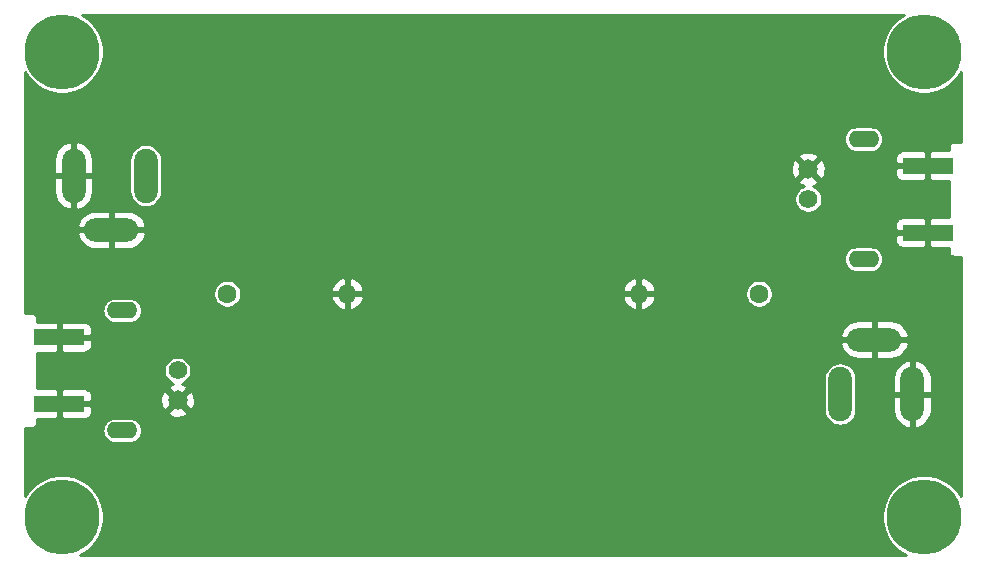
<source format=gbl>
%TF.GenerationSoftware,KiCad,Pcbnew,(5.1.10)-1*%
%TF.CreationDate,2021-11-13T18:12:33-05:00*%
%TF.ProjectId,W7ZOI_TIA_SMT,57375a4f-495f-4544-9941-5f534d542e6b,rev?*%
%TF.SameCoordinates,Original*%
%TF.FileFunction,Copper,L2,Bot*%
%TF.FilePolarity,Positive*%
%FSLAX46Y46*%
G04 Gerber Fmt 4.6, Leading zero omitted, Abs format (unit mm)*
G04 Created by KiCad (PCBNEW (5.1.10)-1) date 2021-11-13 18:12:33*
%MOMM*%
%LPD*%
G01*
G04 APERTURE LIST*
%TA.AperFunction,ComponentPad*%
%ADD10C,1.600000*%
%TD*%
%TA.AperFunction,ComponentPad*%
%ADD11O,1.600000X1.600000*%
%TD*%
%TA.AperFunction,SMDPad,CuDef*%
%ADD12R,4.200000X1.350000*%
%TD*%
%TA.AperFunction,ComponentPad*%
%ADD13C,1.574800*%
%TD*%
%TA.AperFunction,ComponentPad*%
%ADD14C,1.651000*%
%TD*%
%TA.AperFunction,ComponentPad*%
%ADD15O,2.600000X1.400000*%
%TD*%
%TA.AperFunction,ComponentPad*%
%ADD16O,4.600000X2.000000*%
%TD*%
%TA.AperFunction,ComponentPad*%
%ADD17O,2.000000X4.600000*%
%TD*%
%TA.AperFunction,ComponentPad*%
%ADD18C,6.350000*%
%TD*%
%TA.AperFunction,ViaPad*%
%ADD19C,0.889000*%
%TD*%
%TA.AperFunction,Conductor*%
%ADD20C,0.254000*%
%TD*%
%TA.AperFunction,Conductor*%
%ADD21C,0.150000*%
%TD*%
G04 APERTURE END LIST*
D10*
%TO.P,R11,1*%
%TO.N,VOUTLR*%
X277065000Y-89034600D03*
D11*
%TO.P,R11,2*%
%TO.N,GND*%
X266905000Y-89034600D03*
%TD*%
D12*
%TO.P,P1,2*%
%TO.N,GND*%
X217840000Y-92709600D03*
X217840000Y-98359600D03*
%TD*%
%TO.P,P2,2*%
%TO.N,GND*%
X291340000Y-78209600D03*
X291340000Y-83859600D03*
%TD*%
D13*
%TO.P,P3,1*%
%TO.N,VINLR*%
X227840000Y-95534600D03*
D14*
%TO.P,P3,2*%
%TO.N,GND*%
X227840000Y-98074600D03*
D15*
%TO.P,P3,*%
%TO.N,*%
X223160000Y-100614600D03*
X223160000Y-90454600D03*
%TD*%
%TO.P,P4,*%
%TO.N,*%
X285920000Y-86114600D03*
X285920000Y-75954600D03*
D14*
%TO.P,P4,2*%
%TO.N,GND*%
X281240000Y-78494600D03*
D13*
%TO.P,P4,1*%
%TO.N,VOUTLR*%
X281240000Y-81034600D03*
%TD*%
D16*
%TO.P,J1,3*%
%TO.N,GND*%
X222240000Y-83634600D03*
D17*
%TO.P,J1,1*%
%TO.N,VCCLR*%
X225140000Y-79034600D03*
%TO.P,J1,2*%
%TO.N,GND*%
X219040000Y-79034600D03*
%TD*%
%TO.P,J2,2*%
%TO.N,GND*%
X290040000Y-97534600D03*
%TO.P,J2,1*%
%TO.N,VCCRL*%
X283940000Y-97534600D03*
D16*
%TO.P,J2,3*%
%TO.N,GND*%
X286840000Y-92934600D03*
%TD*%
D11*
%TO.P,R22,2*%
%TO.N,GND*%
X242200000Y-89034600D03*
D10*
%TO.P,R22,1*%
%TO.N,VINLR*%
X232040000Y-89034600D03*
%TD*%
D18*
%TO.P,MTG1,1*%
%TO.N,N/C*%
X218040000Y-107934600D03*
%TD*%
%TO.P,MTG2,1*%
%TO.N,N/C*%
X291040000Y-107934600D03*
%TD*%
%TO.P,MTG3,1*%
%TO.N,N/C*%
X291040000Y-68534600D03*
%TD*%
%TO.P,MTG?1,1*%
%TO.N,N/C*%
X218040000Y-68534600D03*
%TD*%
D19*
%TO.N,GND*%
X245540000Y-93034600D03*
X251540000Y-92884600D03*
X264540000Y-76884600D03*
X233690000Y-77034600D03*
X272040000Y-82384600D03*
X268840000Y-67734600D03*
X281540000Y-87534600D03*
X218040000Y-100534600D03*
X228540000Y-89034600D03*
X265390000Y-94534600D03*
X291840000Y-86034600D03*
X285040000Y-68034600D03*
X275040000Y-67734600D03*
X262540000Y-67534600D03*
X250040000Y-67534600D03*
X238540000Y-67534600D03*
X227040000Y-67534600D03*
X223040000Y-72034600D03*
X218540000Y-90534600D03*
X223040000Y-67534600D03*
X228540000Y-102034600D03*
X223040000Y-107034600D03*
X280440000Y-67734600D03*
X244440000Y-67534600D03*
X284540000Y-109534600D03*
X284540000Y-105034600D03*
X256240000Y-67534600D03*
X232240000Y-67534600D03*
X276540000Y-107234600D03*
X274040000Y-100534600D03*
X237540000Y-97534600D03*
X257540000Y-84534600D03*
X242540000Y-83884600D03*
X236540000Y-76534600D03*
%TD*%
D20*
%TO.N,GND*%
X288773182Y-65772474D02*
X288277874Y-66267782D01*
X287888714Y-66850202D01*
X287620655Y-67497353D01*
X287484000Y-68184365D01*
X287484000Y-68884835D01*
X287620655Y-69571847D01*
X287888714Y-70218998D01*
X288277874Y-70801418D01*
X288773182Y-71296726D01*
X289355602Y-71685886D01*
X290002753Y-71953945D01*
X290689765Y-72090600D01*
X291390235Y-72090600D01*
X292077247Y-71953945D01*
X292724398Y-71685886D01*
X293306818Y-71296726D01*
X293802126Y-70801418D01*
X294159800Y-70266120D01*
X294159801Y-76154400D01*
X293558671Y-76154400D01*
X293540000Y-76152561D01*
X293521329Y-76154400D01*
X293465468Y-76159902D01*
X293393800Y-76181642D01*
X293327751Y-76216946D01*
X293269858Y-76264458D01*
X293222346Y-76322351D01*
X293187042Y-76388400D01*
X293165302Y-76460068D01*
X293157961Y-76534600D01*
X293159801Y-76553281D01*
X293159801Y-76897002D01*
X291625750Y-76899600D01*
X291467000Y-77058350D01*
X291467000Y-78082600D01*
X293159801Y-78082600D01*
X293159801Y-78336600D01*
X291467000Y-78336600D01*
X291467000Y-79360850D01*
X291625750Y-79519600D01*
X293159801Y-79522198D01*
X293159800Y-82547002D01*
X291625750Y-82549600D01*
X291467000Y-82708350D01*
X291467000Y-83732600D01*
X293159800Y-83732600D01*
X293159800Y-83986600D01*
X291467000Y-83986600D01*
X291467000Y-85010850D01*
X291625750Y-85169600D01*
X293159800Y-85172198D01*
X293159800Y-85515929D01*
X293157961Y-85534600D01*
X293165302Y-85609132D01*
X293187042Y-85680800D01*
X293222346Y-85746849D01*
X293269858Y-85804742D01*
X293327751Y-85852254D01*
X293393800Y-85887558D01*
X293465468Y-85909298D01*
X293540000Y-85916639D01*
X293558671Y-85914800D01*
X294159800Y-85914800D01*
X294159801Y-106203081D01*
X293802126Y-105667782D01*
X293306818Y-105172474D01*
X292724398Y-104783314D01*
X292077247Y-104515255D01*
X291390235Y-104378600D01*
X290689765Y-104378600D01*
X290002753Y-104515255D01*
X289355602Y-104783314D01*
X288773182Y-105172474D01*
X288277874Y-105667782D01*
X287888714Y-106250202D01*
X287620655Y-106897353D01*
X287484000Y-107584365D01*
X287484000Y-108284835D01*
X287620655Y-108971847D01*
X287888714Y-109618998D01*
X288277874Y-110201418D01*
X288773182Y-110696726D01*
X289355602Y-111085886D01*
X289521009Y-111154400D01*
X219558991Y-111154400D01*
X219724398Y-111085886D01*
X220306818Y-110696726D01*
X220802126Y-110201418D01*
X221191286Y-109618998D01*
X221459345Y-108971847D01*
X221596000Y-108284835D01*
X221596000Y-107584365D01*
X221459345Y-106897353D01*
X221191286Y-106250202D01*
X220802126Y-105667782D01*
X220306818Y-105172474D01*
X219724398Y-104783314D01*
X219077247Y-104515255D01*
X218390235Y-104378600D01*
X217689765Y-104378600D01*
X217002753Y-104515255D01*
X216355602Y-104783314D01*
X215773182Y-105172474D01*
X215277874Y-105667782D01*
X214920200Y-106203080D01*
X214920200Y-100614600D01*
X221473770Y-100614600D01*
X221494642Y-100826513D01*
X221556454Y-101030282D01*
X221656833Y-101218077D01*
X221791919Y-101382681D01*
X221956523Y-101517767D01*
X222144318Y-101618146D01*
X222348087Y-101679958D01*
X222506900Y-101695600D01*
X223813100Y-101695600D01*
X223971913Y-101679958D01*
X224175682Y-101618146D01*
X224363477Y-101517767D01*
X224528081Y-101382681D01*
X224663167Y-101218077D01*
X224763546Y-101030282D01*
X224825358Y-100826513D01*
X224846230Y-100614600D01*
X224825358Y-100402687D01*
X224763546Y-100198918D01*
X224663167Y-100011123D01*
X224528081Y-99846519D01*
X224363477Y-99711433D01*
X224175682Y-99611054D01*
X223971913Y-99549242D01*
X223813100Y-99533600D01*
X222506900Y-99533600D01*
X222348087Y-99549242D01*
X222144318Y-99611054D01*
X221956523Y-99711433D01*
X221791919Y-99846519D01*
X221656833Y-100011123D01*
X221556454Y-100198918D01*
X221494642Y-100402687D01*
X221473770Y-100614600D01*
X214920200Y-100614600D01*
X214920200Y-100414800D01*
X215521329Y-100414800D01*
X215540000Y-100416639D01*
X215558671Y-100414800D01*
X215614532Y-100409298D01*
X215686200Y-100387558D01*
X215752249Y-100352254D01*
X215810142Y-100304742D01*
X215857654Y-100246849D01*
X215892958Y-100180800D01*
X215914698Y-100109132D01*
X215922039Y-100034600D01*
X215920200Y-100015929D01*
X215920200Y-99672367D01*
X217554250Y-99669600D01*
X217713000Y-99510850D01*
X217713000Y-98486600D01*
X217967000Y-98486600D01*
X217967000Y-99510850D01*
X218125750Y-99669600D01*
X219940000Y-99672672D01*
X220064482Y-99660412D01*
X220184180Y-99624102D01*
X220294494Y-99565137D01*
X220391185Y-99485785D01*
X220470537Y-99389094D01*
X220529502Y-99278780D01*
X220565812Y-99159082D01*
X220573058Y-99085509D01*
X227008696Y-99085509D01*
X227083367Y-99332081D01*
X227343228Y-99455531D01*
X227622180Y-99525913D01*
X227909502Y-99540521D01*
X228194154Y-99498794D01*
X228465196Y-99402337D01*
X228596633Y-99332081D01*
X228671304Y-99085509D01*
X227840000Y-98254205D01*
X227008696Y-99085509D01*
X220573058Y-99085509D01*
X220578072Y-99034600D01*
X220575000Y-98645350D01*
X220416250Y-98486600D01*
X217967000Y-98486600D01*
X217713000Y-98486600D01*
X215920200Y-98486600D01*
X215920200Y-98232600D01*
X217713000Y-98232600D01*
X217713000Y-97208350D01*
X217967000Y-97208350D01*
X217967000Y-98232600D01*
X220416250Y-98232600D01*
X220504748Y-98144102D01*
X226374079Y-98144102D01*
X226415806Y-98428754D01*
X226512263Y-98699796D01*
X226582519Y-98831233D01*
X226829091Y-98905904D01*
X227660395Y-98074600D01*
X228019605Y-98074600D01*
X228850909Y-98905904D01*
X228862340Y-98902442D01*
X282559000Y-98902442D01*
X282578982Y-99105322D01*
X282657949Y-99365642D01*
X282786185Y-99605554D01*
X282958761Y-99815838D01*
X283169045Y-99988415D01*
X283408957Y-100116651D01*
X283669277Y-100195618D01*
X283940000Y-100222282D01*
X284210722Y-100195618D01*
X284471042Y-100116651D01*
X284710954Y-99988415D01*
X284921238Y-99815839D01*
X285093815Y-99605555D01*
X285222051Y-99365643D01*
X285301018Y-99105323D01*
X285321000Y-98902443D01*
X285321000Y-97661600D01*
X288405000Y-97661600D01*
X288405000Y-98961600D01*
X288461193Y-99278132D01*
X288578058Y-99577620D01*
X288751105Y-99848554D01*
X288973683Y-100080522D01*
X289237239Y-100264610D01*
X289531645Y-100393744D01*
X289659566Y-100424724D01*
X289913000Y-100305377D01*
X289913000Y-97661600D01*
X290167000Y-97661600D01*
X290167000Y-100305377D01*
X290420434Y-100424724D01*
X290548355Y-100393744D01*
X290842761Y-100264610D01*
X291106317Y-100080522D01*
X291328895Y-99848554D01*
X291501942Y-99577620D01*
X291618807Y-99278132D01*
X291675000Y-98961600D01*
X291675000Y-97661600D01*
X290167000Y-97661600D01*
X289913000Y-97661600D01*
X288405000Y-97661600D01*
X285321000Y-97661600D01*
X285321000Y-96166757D01*
X285315174Y-96107600D01*
X288405000Y-96107600D01*
X288405000Y-97407600D01*
X289913000Y-97407600D01*
X289913000Y-94763823D01*
X290167000Y-94763823D01*
X290167000Y-97407600D01*
X291675000Y-97407600D01*
X291675000Y-96107600D01*
X291618807Y-95791068D01*
X291501942Y-95491580D01*
X291328895Y-95220646D01*
X291106317Y-94988678D01*
X290842761Y-94804590D01*
X290548355Y-94675456D01*
X290420434Y-94644476D01*
X290167000Y-94763823D01*
X289913000Y-94763823D01*
X289659566Y-94644476D01*
X289531645Y-94675456D01*
X289237239Y-94804590D01*
X288973683Y-94988678D01*
X288751105Y-95220646D01*
X288578058Y-95491580D01*
X288461193Y-95791068D01*
X288405000Y-96107600D01*
X285315174Y-96107600D01*
X285301018Y-95963877D01*
X285222051Y-95703557D01*
X285093815Y-95463645D01*
X284921239Y-95253361D01*
X284710955Y-95080785D01*
X284471043Y-94952549D01*
X284210723Y-94873582D01*
X283940000Y-94846918D01*
X283669278Y-94873582D01*
X283408958Y-94952549D01*
X283169046Y-95080785D01*
X282958762Y-95253361D01*
X282786186Y-95463645D01*
X282657950Y-95703557D01*
X282578983Y-95963877D01*
X282559001Y-96166757D01*
X282559000Y-98902442D01*
X228862340Y-98902442D01*
X229097481Y-98831233D01*
X229220931Y-98571372D01*
X229291313Y-98292420D01*
X229305921Y-98005098D01*
X229264194Y-97720446D01*
X229167737Y-97449404D01*
X229097481Y-97317967D01*
X228850909Y-97243296D01*
X228019605Y-98074600D01*
X227660395Y-98074600D01*
X226829091Y-97243296D01*
X226582519Y-97317967D01*
X226459069Y-97577828D01*
X226388687Y-97856780D01*
X226374079Y-98144102D01*
X220504748Y-98144102D01*
X220575000Y-98073850D01*
X220578072Y-97684600D01*
X220565812Y-97560118D01*
X220529502Y-97440420D01*
X220470537Y-97330106D01*
X220391185Y-97233415D01*
X220294494Y-97154063D01*
X220184180Y-97095098D01*
X220064482Y-97058788D01*
X219940000Y-97046528D01*
X218125750Y-97049600D01*
X217967000Y-97208350D01*
X217713000Y-97208350D01*
X217554250Y-97049600D01*
X215920200Y-97046833D01*
X215920200Y-95419523D01*
X226671600Y-95419523D01*
X226671600Y-95649677D01*
X226716501Y-95875410D01*
X226804578Y-96088045D01*
X226932445Y-96279411D01*
X227095189Y-96442155D01*
X227286555Y-96570022D01*
X227483034Y-96651407D01*
X227214804Y-96746863D01*
X227083367Y-96817119D01*
X227008696Y-97063691D01*
X227840000Y-97894995D01*
X228671304Y-97063691D01*
X228596633Y-96817119D01*
X228336772Y-96693669D01*
X228186482Y-96655750D01*
X228393445Y-96570022D01*
X228584811Y-96442155D01*
X228747555Y-96279411D01*
X228875422Y-96088045D01*
X228963499Y-95875410D01*
X229008400Y-95649677D01*
X229008400Y-95419523D01*
X228963499Y-95193790D01*
X228875422Y-94981155D01*
X228747555Y-94789789D01*
X228584811Y-94627045D01*
X228393445Y-94499178D01*
X228180810Y-94411101D01*
X227955077Y-94366200D01*
X227724923Y-94366200D01*
X227499190Y-94411101D01*
X227286555Y-94499178D01*
X227095189Y-94627045D01*
X226932445Y-94789789D01*
X226804578Y-94981155D01*
X226716501Y-95193790D01*
X226671600Y-95419523D01*
X215920200Y-95419523D01*
X215920200Y-94022367D01*
X217554250Y-94019600D01*
X217713000Y-93860850D01*
X217713000Y-92836600D01*
X217967000Y-92836600D01*
X217967000Y-93860850D01*
X218125750Y-94019600D01*
X219940000Y-94022672D01*
X220064482Y-94010412D01*
X220184180Y-93974102D01*
X220294494Y-93915137D01*
X220391185Y-93835785D01*
X220470537Y-93739094D01*
X220529502Y-93628780D01*
X220565812Y-93509082D01*
X220578072Y-93384600D01*
X220577523Y-93315034D01*
X283949876Y-93315034D01*
X283980856Y-93442955D01*
X284109990Y-93737361D01*
X284294078Y-94000917D01*
X284526046Y-94223495D01*
X284796980Y-94396542D01*
X285096468Y-94513407D01*
X285413000Y-94569600D01*
X286713000Y-94569600D01*
X286713000Y-93061600D01*
X286967000Y-93061600D01*
X286967000Y-94569600D01*
X288267000Y-94569600D01*
X288583532Y-94513407D01*
X288883020Y-94396542D01*
X289153954Y-94223495D01*
X289385922Y-94000917D01*
X289570010Y-93737361D01*
X289699144Y-93442955D01*
X289730124Y-93315034D01*
X289610777Y-93061600D01*
X286967000Y-93061600D01*
X286713000Y-93061600D01*
X284069223Y-93061600D01*
X283949876Y-93315034D01*
X220577523Y-93315034D01*
X220575000Y-92995350D01*
X220416250Y-92836600D01*
X217967000Y-92836600D01*
X217713000Y-92836600D01*
X215920200Y-92836600D01*
X215920200Y-92582600D01*
X217713000Y-92582600D01*
X217713000Y-91558350D01*
X217967000Y-91558350D01*
X217967000Y-92582600D01*
X220416250Y-92582600D01*
X220444684Y-92554166D01*
X283949876Y-92554166D01*
X284069223Y-92807600D01*
X286713000Y-92807600D01*
X286713000Y-91299600D01*
X286967000Y-91299600D01*
X286967000Y-92807600D01*
X289610777Y-92807600D01*
X289730124Y-92554166D01*
X289699144Y-92426245D01*
X289570010Y-92131839D01*
X289385922Y-91868283D01*
X289153954Y-91645705D01*
X288883020Y-91472658D01*
X288583532Y-91355793D01*
X288267000Y-91299600D01*
X286967000Y-91299600D01*
X286713000Y-91299600D01*
X285413000Y-91299600D01*
X285096468Y-91355793D01*
X284796980Y-91472658D01*
X284526046Y-91645705D01*
X284294078Y-91868283D01*
X284109990Y-92131839D01*
X283980856Y-92426245D01*
X283949876Y-92554166D01*
X220444684Y-92554166D01*
X220575000Y-92423850D01*
X220578072Y-92034600D01*
X220565812Y-91910118D01*
X220529502Y-91790420D01*
X220470537Y-91680106D01*
X220391185Y-91583415D01*
X220294494Y-91504063D01*
X220184180Y-91445098D01*
X220064482Y-91408788D01*
X219940000Y-91396528D01*
X218125750Y-91399600D01*
X217967000Y-91558350D01*
X217713000Y-91558350D01*
X217554250Y-91399600D01*
X215920200Y-91396833D01*
X215920200Y-91053271D01*
X215922039Y-91034600D01*
X215914698Y-90960068D01*
X215892958Y-90888400D01*
X215857654Y-90822351D01*
X215810142Y-90764458D01*
X215752249Y-90716946D01*
X215686200Y-90681642D01*
X215614532Y-90659902D01*
X215558671Y-90654400D01*
X215540000Y-90652561D01*
X215521329Y-90654400D01*
X214920200Y-90654400D01*
X214920200Y-90454600D01*
X221473770Y-90454600D01*
X221494642Y-90666513D01*
X221556454Y-90870282D01*
X221656833Y-91058077D01*
X221791919Y-91222681D01*
X221956523Y-91357767D01*
X222144318Y-91458146D01*
X222348087Y-91519958D01*
X222506900Y-91535600D01*
X223813100Y-91535600D01*
X223971913Y-91519958D01*
X224175682Y-91458146D01*
X224363477Y-91357767D01*
X224528081Y-91222681D01*
X224663167Y-91058077D01*
X224763546Y-90870282D01*
X224825358Y-90666513D01*
X224846230Y-90454600D01*
X224825358Y-90242687D01*
X224763546Y-90038918D01*
X224663167Y-89851123D01*
X224528081Y-89686519D01*
X224363477Y-89551433D01*
X224175682Y-89451054D01*
X223971913Y-89389242D01*
X223813100Y-89373600D01*
X222506900Y-89373600D01*
X222348087Y-89389242D01*
X222144318Y-89451054D01*
X221956523Y-89551433D01*
X221791919Y-89686519D01*
X221656833Y-89851123D01*
X221556454Y-90038918D01*
X221494642Y-90242687D01*
X221473770Y-90454600D01*
X214920200Y-90454600D01*
X214920200Y-88918282D01*
X230859000Y-88918282D01*
X230859000Y-89150918D01*
X230904386Y-89379085D01*
X230993412Y-89594013D01*
X231122658Y-89787443D01*
X231287157Y-89951942D01*
X231480587Y-90081188D01*
X231695515Y-90170214D01*
X231923682Y-90215600D01*
X232156318Y-90215600D01*
X232384485Y-90170214D01*
X232599413Y-90081188D01*
X232792843Y-89951942D01*
X232957342Y-89787443D01*
X233086588Y-89594013D01*
X233173727Y-89383639D01*
X240808096Y-89383639D01*
X240848754Y-89517687D01*
X240968963Y-89772020D01*
X241136481Y-89998014D01*
X241344869Y-90186985D01*
X241586119Y-90331670D01*
X241850960Y-90426509D01*
X242073000Y-90305224D01*
X242073000Y-89161600D01*
X242327000Y-89161600D01*
X242327000Y-90305224D01*
X242549040Y-90426509D01*
X242813881Y-90331670D01*
X243055131Y-90186985D01*
X243263519Y-89998014D01*
X243431037Y-89772020D01*
X243551246Y-89517687D01*
X243591904Y-89383639D01*
X265513096Y-89383639D01*
X265553754Y-89517687D01*
X265673963Y-89772020D01*
X265841481Y-89998014D01*
X266049869Y-90186985D01*
X266291119Y-90331670D01*
X266555960Y-90426509D01*
X266778000Y-90305224D01*
X266778000Y-89161600D01*
X267032000Y-89161600D01*
X267032000Y-90305224D01*
X267254040Y-90426509D01*
X267518881Y-90331670D01*
X267760131Y-90186985D01*
X267968519Y-89998014D01*
X268136037Y-89772020D01*
X268256246Y-89517687D01*
X268296904Y-89383639D01*
X268174915Y-89161600D01*
X267032000Y-89161600D01*
X266778000Y-89161600D01*
X265635085Y-89161600D01*
X265513096Y-89383639D01*
X243591904Y-89383639D01*
X243469915Y-89161600D01*
X242327000Y-89161600D01*
X242073000Y-89161600D01*
X240930085Y-89161600D01*
X240808096Y-89383639D01*
X233173727Y-89383639D01*
X233175614Y-89379085D01*
X233221000Y-89150918D01*
X233221000Y-88918282D01*
X275884000Y-88918282D01*
X275884000Y-89150918D01*
X275929386Y-89379085D01*
X276018412Y-89594013D01*
X276147658Y-89787443D01*
X276312157Y-89951942D01*
X276505587Y-90081188D01*
X276720515Y-90170214D01*
X276948682Y-90215600D01*
X277181318Y-90215600D01*
X277409485Y-90170214D01*
X277624413Y-90081188D01*
X277817843Y-89951942D01*
X277982342Y-89787443D01*
X278111588Y-89594013D01*
X278200614Y-89379085D01*
X278246000Y-89150918D01*
X278246000Y-88918282D01*
X278200614Y-88690115D01*
X278111588Y-88475187D01*
X277982342Y-88281757D01*
X277817843Y-88117258D01*
X277624413Y-87988012D01*
X277409485Y-87898986D01*
X277181318Y-87853600D01*
X276948682Y-87853600D01*
X276720515Y-87898986D01*
X276505587Y-87988012D01*
X276312157Y-88117258D01*
X276147658Y-88281757D01*
X276018412Y-88475187D01*
X275929386Y-88690115D01*
X275884000Y-88918282D01*
X233221000Y-88918282D01*
X233175614Y-88690115D01*
X233173728Y-88685561D01*
X240808096Y-88685561D01*
X240930085Y-88907600D01*
X242073000Y-88907600D01*
X242073000Y-87763976D01*
X242327000Y-87763976D01*
X242327000Y-88907600D01*
X243469915Y-88907600D01*
X243591904Y-88685561D01*
X265513096Y-88685561D01*
X265635085Y-88907600D01*
X266778000Y-88907600D01*
X266778000Y-87763976D01*
X267032000Y-87763976D01*
X267032000Y-88907600D01*
X268174915Y-88907600D01*
X268296904Y-88685561D01*
X268256246Y-88551513D01*
X268136037Y-88297180D01*
X267968519Y-88071186D01*
X267760131Y-87882215D01*
X267518881Y-87737530D01*
X267254040Y-87642691D01*
X267032000Y-87763976D01*
X266778000Y-87763976D01*
X266555960Y-87642691D01*
X266291119Y-87737530D01*
X266049869Y-87882215D01*
X265841481Y-88071186D01*
X265673963Y-88297180D01*
X265553754Y-88551513D01*
X265513096Y-88685561D01*
X243591904Y-88685561D01*
X243551246Y-88551513D01*
X243431037Y-88297180D01*
X243263519Y-88071186D01*
X243055131Y-87882215D01*
X242813881Y-87737530D01*
X242549040Y-87642691D01*
X242327000Y-87763976D01*
X242073000Y-87763976D01*
X241850960Y-87642691D01*
X241586119Y-87737530D01*
X241344869Y-87882215D01*
X241136481Y-88071186D01*
X240968963Y-88297180D01*
X240848754Y-88551513D01*
X240808096Y-88685561D01*
X233173728Y-88685561D01*
X233086588Y-88475187D01*
X232957342Y-88281757D01*
X232792843Y-88117258D01*
X232599413Y-87988012D01*
X232384485Y-87898986D01*
X232156318Y-87853600D01*
X231923682Y-87853600D01*
X231695515Y-87898986D01*
X231480587Y-87988012D01*
X231287157Y-88117258D01*
X231122658Y-88281757D01*
X230993412Y-88475187D01*
X230904386Y-88690115D01*
X230859000Y-88918282D01*
X214920200Y-88918282D01*
X214920200Y-86114600D01*
X284233770Y-86114600D01*
X284254642Y-86326513D01*
X284316454Y-86530282D01*
X284416833Y-86718077D01*
X284551919Y-86882681D01*
X284716523Y-87017767D01*
X284904318Y-87118146D01*
X285108087Y-87179958D01*
X285266900Y-87195600D01*
X286573100Y-87195600D01*
X286731913Y-87179958D01*
X286935682Y-87118146D01*
X287123477Y-87017767D01*
X287288081Y-86882681D01*
X287423167Y-86718077D01*
X287523546Y-86530282D01*
X287585358Y-86326513D01*
X287606230Y-86114600D01*
X287585358Y-85902687D01*
X287523546Y-85698918D01*
X287423167Y-85511123D01*
X287288081Y-85346519D01*
X287123477Y-85211433D01*
X286935682Y-85111054D01*
X286731913Y-85049242D01*
X286573100Y-85033600D01*
X285266900Y-85033600D01*
X285108087Y-85049242D01*
X284904318Y-85111054D01*
X284716523Y-85211433D01*
X284551919Y-85346519D01*
X284416833Y-85511123D01*
X284316454Y-85698918D01*
X284254642Y-85902687D01*
X284233770Y-86114600D01*
X214920200Y-86114600D01*
X214920200Y-84015034D01*
X219349876Y-84015034D01*
X219380856Y-84142955D01*
X219509990Y-84437361D01*
X219694078Y-84700917D01*
X219926046Y-84923495D01*
X220196980Y-85096542D01*
X220496468Y-85213407D01*
X220813000Y-85269600D01*
X222113000Y-85269600D01*
X222113000Y-83761600D01*
X222367000Y-83761600D01*
X222367000Y-85269600D01*
X223667000Y-85269600D01*
X223983532Y-85213407D01*
X224283020Y-85096542D01*
X224553954Y-84923495D01*
X224785922Y-84700917D01*
X224902090Y-84534600D01*
X288601928Y-84534600D01*
X288614188Y-84659082D01*
X288650498Y-84778780D01*
X288709463Y-84889094D01*
X288788815Y-84985785D01*
X288885506Y-85065137D01*
X288995820Y-85124102D01*
X289115518Y-85160412D01*
X289240000Y-85172672D01*
X291054250Y-85169600D01*
X291213000Y-85010850D01*
X291213000Y-83986600D01*
X288763750Y-83986600D01*
X288605000Y-84145350D01*
X288601928Y-84534600D01*
X224902090Y-84534600D01*
X224970010Y-84437361D01*
X225099144Y-84142955D01*
X225130124Y-84015034D01*
X225010777Y-83761600D01*
X222367000Y-83761600D01*
X222113000Y-83761600D01*
X219469223Y-83761600D01*
X219349876Y-84015034D01*
X214920200Y-84015034D01*
X214920200Y-83254166D01*
X219349876Y-83254166D01*
X219469223Y-83507600D01*
X222113000Y-83507600D01*
X222113000Y-81999600D01*
X222367000Y-81999600D01*
X222367000Y-83507600D01*
X225010777Y-83507600D01*
X225130124Y-83254166D01*
X225113277Y-83184600D01*
X288601928Y-83184600D01*
X288605000Y-83573850D01*
X288763750Y-83732600D01*
X291213000Y-83732600D01*
X291213000Y-82708350D01*
X291054250Y-82549600D01*
X289240000Y-82546528D01*
X289115518Y-82558788D01*
X288995820Y-82595098D01*
X288885506Y-82654063D01*
X288788815Y-82733415D01*
X288709463Y-82830106D01*
X288650498Y-82940420D01*
X288614188Y-83060118D01*
X288601928Y-83184600D01*
X225113277Y-83184600D01*
X225099144Y-83126245D01*
X224970010Y-82831839D01*
X224785922Y-82568283D01*
X224553954Y-82345705D01*
X224283020Y-82172658D01*
X223983532Y-82055793D01*
X223667000Y-81999600D01*
X222367000Y-81999600D01*
X222113000Y-81999600D01*
X220813000Y-81999600D01*
X220496468Y-82055793D01*
X220196980Y-82172658D01*
X219926046Y-82345705D01*
X219694078Y-82568283D01*
X219509990Y-82831839D01*
X219380856Y-83126245D01*
X219349876Y-83254166D01*
X214920200Y-83254166D01*
X214920200Y-79161600D01*
X217405000Y-79161600D01*
X217405000Y-80461600D01*
X217461193Y-80778132D01*
X217578058Y-81077620D01*
X217751105Y-81348554D01*
X217973683Y-81580522D01*
X218237239Y-81764610D01*
X218531645Y-81893744D01*
X218659566Y-81924724D01*
X218913000Y-81805377D01*
X218913000Y-79161600D01*
X219167000Y-79161600D01*
X219167000Y-81805377D01*
X219420434Y-81924724D01*
X219548355Y-81893744D01*
X219842761Y-81764610D01*
X220106317Y-81580522D01*
X220328895Y-81348554D01*
X220501942Y-81077620D01*
X220618807Y-80778132D01*
X220675000Y-80461600D01*
X220675000Y-79161600D01*
X219167000Y-79161600D01*
X218913000Y-79161600D01*
X217405000Y-79161600D01*
X214920200Y-79161600D01*
X214920200Y-77607600D01*
X217405000Y-77607600D01*
X217405000Y-78907600D01*
X218913000Y-78907600D01*
X218913000Y-76263823D01*
X219167000Y-76263823D01*
X219167000Y-78907600D01*
X220675000Y-78907600D01*
X220675000Y-77666758D01*
X223759000Y-77666758D01*
X223759001Y-80402443D01*
X223778983Y-80605323D01*
X223857950Y-80865643D01*
X223986186Y-81105555D01*
X224158762Y-81315839D01*
X224369046Y-81488415D01*
X224608958Y-81616651D01*
X224869278Y-81695618D01*
X225140000Y-81722282D01*
X225410723Y-81695618D01*
X225671043Y-81616651D01*
X225910955Y-81488415D01*
X226121239Y-81315839D01*
X226293815Y-81105555D01*
X226393251Y-80919523D01*
X280071600Y-80919523D01*
X280071600Y-81149677D01*
X280116501Y-81375410D01*
X280204578Y-81588045D01*
X280332445Y-81779411D01*
X280495189Y-81942155D01*
X280686555Y-82070022D01*
X280899190Y-82158099D01*
X281124923Y-82203000D01*
X281355077Y-82203000D01*
X281580810Y-82158099D01*
X281793445Y-82070022D01*
X281984811Y-81942155D01*
X282147555Y-81779411D01*
X282275422Y-81588045D01*
X282363499Y-81375410D01*
X282408400Y-81149677D01*
X282408400Y-80919523D01*
X282363499Y-80693790D01*
X282275422Y-80481155D01*
X282147555Y-80289789D01*
X281984811Y-80127045D01*
X281793445Y-79999178D01*
X281596966Y-79917793D01*
X281865196Y-79822337D01*
X281996633Y-79752081D01*
X282071304Y-79505509D01*
X281240000Y-78674205D01*
X280408696Y-79505509D01*
X280483367Y-79752081D01*
X280743228Y-79875531D01*
X280893518Y-79913450D01*
X280686555Y-79999178D01*
X280495189Y-80127045D01*
X280332445Y-80289789D01*
X280204578Y-80481155D01*
X280116501Y-80693790D01*
X280071600Y-80919523D01*
X226393251Y-80919523D01*
X226422051Y-80865643D01*
X226501018Y-80605323D01*
X226521000Y-80402443D01*
X226521000Y-78564102D01*
X279774079Y-78564102D01*
X279815806Y-78848754D01*
X279912263Y-79119796D01*
X279982519Y-79251233D01*
X280229091Y-79325904D01*
X281060395Y-78494600D01*
X281419605Y-78494600D01*
X282250909Y-79325904D01*
X282497481Y-79251233D01*
X282620931Y-78991372D01*
X282647870Y-78884600D01*
X288601928Y-78884600D01*
X288614188Y-79009082D01*
X288650498Y-79128780D01*
X288709463Y-79239094D01*
X288788815Y-79335785D01*
X288885506Y-79415137D01*
X288995820Y-79474102D01*
X289115518Y-79510412D01*
X289240000Y-79522672D01*
X291054250Y-79519600D01*
X291213000Y-79360850D01*
X291213000Y-78336600D01*
X288763750Y-78336600D01*
X288605000Y-78495350D01*
X288601928Y-78884600D01*
X282647870Y-78884600D01*
X282691313Y-78712420D01*
X282705921Y-78425098D01*
X282664194Y-78140446D01*
X282567737Y-77869404D01*
X282497481Y-77737967D01*
X282250909Y-77663296D01*
X281419605Y-78494600D01*
X281060395Y-78494600D01*
X280229091Y-77663296D01*
X279982519Y-77737967D01*
X279859069Y-77997828D01*
X279788687Y-78276780D01*
X279774079Y-78564102D01*
X226521000Y-78564102D01*
X226521000Y-77666757D01*
X226502970Y-77483691D01*
X280408696Y-77483691D01*
X281240000Y-78314995D01*
X282020395Y-77534600D01*
X288601928Y-77534600D01*
X288605000Y-77923850D01*
X288763750Y-78082600D01*
X291213000Y-78082600D01*
X291213000Y-77058350D01*
X291054250Y-76899600D01*
X289240000Y-76896528D01*
X289115518Y-76908788D01*
X288995820Y-76945098D01*
X288885506Y-77004063D01*
X288788815Y-77083415D01*
X288709463Y-77180106D01*
X288650498Y-77290420D01*
X288614188Y-77410118D01*
X288601928Y-77534600D01*
X282020395Y-77534600D01*
X282071304Y-77483691D01*
X281996633Y-77237119D01*
X281736772Y-77113669D01*
X281457820Y-77043287D01*
X281170498Y-77028679D01*
X280885846Y-77070406D01*
X280614804Y-77166863D01*
X280483367Y-77237119D01*
X280408696Y-77483691D01*
X226502970Y-77483691D01*
X226501018Y-77463877D01*
X226422051Y-77203557D01*
X226293815Y-76963645D01*
X226121238Y-76753361D01*
X225910954Y-76580785D01*
X225671042Y-76452549D01*
X225410722Y-76373582D01*
X225140000Y-76346918D01*
X224869277Y-76373582D01*
X224608957Y-76452549D01*
X224369045Y-76580785D01*
X224158761Y-76753362D01*
X223986185Y-76963646D01*
X223857949Y-77203558D01*
X223778982Y-77463878D01*
X223759000Y-77666758D01*
X220675000Y-77666758D01*
X220675000Y-77607600D01*
X220618807Y-77291068D01*
X220501942Y-76991580D01*
X220328895Y-76720646D01*
X220106317Y-76488678D01*
X219842761Y-76304590D01*
X219548355Y-76175456D01*
X219420434Y-76144476D01*
X219167000Y-76263823D01*
X218913000Y-76263823D01*
X218659566Y-76144476D01*
X218531645Y-76175456D01*
X218237239Y-76304590D01*
X217973683Y-76488678D01*
X217751105Y-76720646D01*
X217578058Y-76991580D01*
X217461193Y-77291068D01*
X217405000Y-77607600D01*
X214920200Y-77607600D01*
X214920200Y-75954600D01*
X284233770Y-75954600D01*
X284254642Y-76166513D01*
X284316454Y-76370282D01*
X284416833Y-76558077D01*
X284551919Y-76722681D01*
X284716523Y-76857767D01*
X284904318Y-76958146D01*
X285108087Y-77019958D01*
X285266900Y-77035600D01*
X286573100Y-77035600D01*
X286731913Y-77019958D01*
X286935682Y-76958146D01*
X287123477Y-76857767D01*
X287288081Y-76722681D01*
X287423167Y-76558077D01*
X287523546Y-76370282D01*
X287585358Y-76166513D01*
X287606230Y-75954600D01*
X287585358Y-75742687D01*
X287523546Y-75538918D01*
X287423167Y-75351123D01*
X287288081Y-75186519D01*
X287123477Y-75051433D01*
X286935682Y-74951054D01*
X286731913Y-74889242D01*
X286573100Y-74873600D01*
X285266900Y-74873600D01*
X285108087Y-74889242D01*
X284904318Y-74951054D01*
X284716523Y-75051433D01*
X284551919Y-75186519D01*
X284416833Y-75351123D01*
X284316454Y-75538918D01*
X284254642Y-75742687D01*
X284233770Y-75954600D01*
X214920200Y-75954600D01*
X214920200Y-70266120D01*
X215277874Y-70801418D01*
X215773182Y-71296726D01*
X216355602Y-71685886D01*
X217002753Y-71953945D01*
X217689765Y-72090600D01*
X218390235Y-72090600D01*
X219077247Y-71953945D01*
X219724398Y-71685886D01*
X220306818Y-71296726D01*
X220802126Y-70801418D01*
X221191286Y-70218998D01*
X221459345Y-69571847D01*
X221596000Y-68884835D01*
X221596000Y-68184365D01*
X221459345Y-67497353D01*
X221191286Y-66850202D01*
X220802126Y-66267782D01*
X220306818Y-65772474D01*
X219771520Y-65414800D01*
X289308480Y-65414800D01*
X288773182Y-65772474D01*
%TA.AperFunction,Conductor*%
D21*
G36*
X288773182Y-65772474D02*
G01*
X288277874Y-66267782D01*
X287888714Y-66850202D01*
X287620655Y-67497353D01*
X287484000Y-68184365D01*
X287484000Y-68884835D01*
X287620655Y-69571847D01*
X287888714Y-70218998D01*
X288277874Y-70801418D01*
X288773182Y-71296726D01*
X289355602Y-71685886D01*
X290002753Y-71953945D01*
X290689765Y-72090600D01*
X291390235Y-72090600D01*
X292077247Y-71953945D01*
X292724398Y-71685886D01*
X293306818Y-71296726D01*
X293802126Y-70801418D01*
X294159800Y-70266120D01*
X294159801Y-76154400D01*
X293558671Y-76154400D01*
X293540000Y-76152561D01*
X293521329Y-76154400D01*
X293465468Y-76159902D01*
X293393800Y-76181642D01*
X293327751Y-76216946D01*
X293269858Y-76264458D01*
X293222346Y-76322351D01*
X293187042Y-76388400D01*
X293165302Y-76460068D01*
X293157961Y-76534600D01*
X293159801Y-76553281D01*
X293159801Y-76897002D01*
X291625750Y-76899600D01*
X291467000Y-77058350D01*
X291467000Y-78082600D01*
X293159801Y-78082600D01*
X293159801Y-78336600D01*
X291467000Y-78336600D01*
X291467000Y-79360850D01*
X291625750Y-79519600D01*
X293159801Y-79522198D01*
X293159800Y-82547002D01*
X291625750Y-82549600D01*
X291467000Y-82708350D01*
X291467000Y-83732600D01*
X293159800Y-83732600D01*
X293159800Y-83986600D01*
X291467000Y-83986600D01*
X291467000Y-85010850D01*
X291625750Y-85169600D01*
X293159800Y-85172198D01*
X293159800Y-85515929D01*
X293157961Y-85534600D01*
X293165302Y-85609132D01*
X293187042Y-85680800D01*
X293222346Y-85746849D01*
X293269858Y-85804742D01*
X293327751Y-85852254D01*
X293393800Y-85887558D01*
X293465468Y-85909298D01*
X293540000Y-85916639D01*
X293558671Y-85914800D01*
X294159800Y-85914800D01*
X294159801Y-106203081D01*
X293802126Y-105667782D01*
X293306818Y-105172474D01*
X292724398Y-104783314D01*
X292077247Y-104515255D01*
X291390235Y-104378600D01*
X290689765Y-104378600D01*
X290002753Y-104515255D01*
X289355602Y-104783314D01*
X288773182Y-105172474D01*
X288277874Y-105667782D01*
X287888714Y-106250202D01*
X287620655Y-106897353D01*
X287484000Y-107584365D01*
X287484000Y-108284835D01*
X287620655Y-108971847D01*
X287888714Y-109618998D01*
X288277874Y-110201418D01*
X288773182Y-110696726D01*
X289355602Y-111085886D01*
X289521009Y-111154400D01*
X219558991Y-111154400D01*
X219724398Y-111085886D01*
X220306818Y-110696726D01*
X220802126Y-110201418D01*
X221191286Y-109618998D01*
X221459345Y-108971847D01*
X221596000Y-108284835D01*
X221596000Y-107584365D01*
X221459345Y-106897353D01*
X221191286Y-106250202D01*
X220802126Y-105667782D01*
X220306818Y-105172474D01*
X219724398Y-104783314D01*
X219077247Y-104515255D01*
X218390235Y-104378600D01*
X217689765Y-104378600D01*
X217002753Y-104515255D01*
X216355602Y-104783314D01*
X215773182Y-105172474D01*
X215277874Y-105667782D01*
X214920200Y-106203080D01*
X214920200Y-100614600D01*
X221473770Y-100614600D01*
X221494642Y-100826513D01*
X221556454Y-101030282D01*
X221656833Y-101218077D01*
X221791919Y-101382681D01*
X221956523Y-101517767D01*
X222144318Y-101618146D01*
X222348087Y-101679958D01*
X222506900Y-101695600D01*
X223813100Y-101695600D01*
X223971913Y-101679958D01*
X224175682Y-101618146D01*
X224363477Y-101517767D01*
X224528081Y-101382681D01*
X224663167Y-101218077D01*
X224763546Y-101030282D01*
X224825358Y-100826513D01*
X224846230Y-100614600D01*
X224825358Y-100402687D01*
X224763546Y-100198918D01*
X224663167Y-100011123D01*
X224528081Y-99846519D01*
X224363477Y-99711433D01*
X224175682Y-99611054D01*
X223971913Y-99549242D01*
X223813100Y-99533600D01*
X222506900Y-99533600D01*
X222348087Y-99549242D01*
X222144318Y-99611054D01*
X221956523Y-99711433D01*
X221791919Y-99846519D01*
X221656833Y-100011123D01*
X221556454Y-100198918D01*
X221494642Y-100402687D01*
X221473770Y-100614600D01*
X214920200Y-100614600D01*
X214920200Y-100414800D01*
X215521329Y-100414800D01*
X215540000Y-100416639D01*
X215558671Y-100414800D01*
X215614532Y-100409298D01*
X215686200Y-100387558D01*
X215752249Y-100352254D01*
X215810142Y-100304742D01*
X215857654Y-100246849D01*
X215892958Y-100180800D01*
X215914698Y-100109132D01*
X215922039Y-100034600D01*
X215920200Y-100015929D01*
X215920200Y-99672367D01*
X217554250Y-99669600D01*
X217713000Y-99510850D01*
X217713000Y-98486600D01*
X217967000Y-98486600D01*
X217967000Y-99510850D01*
X218125750Y-99669600D01*
X219940000Y-99672672D01*
X220064482Y-99660412D01*
X220184180Y-99624102D01*
X220294494Y-99565137D01*
X220391185Y-99485785D01*
X220470537Y-99389094D01*
X220529502Y-99278780D01*
X220565812Y-99159082D01*
X220573058Y-99085509D01*
X227008696Y-99085509D01*
X227083367Y-99332081D01*
X227343228Y-99455531D01*
X227622180Y-99525913D01*
X227909502Y-99540521D01*
X228194154Y-99498794D01*
X228465196Y-99402337D01*
X228596633Y-99332081D01*
X228671304Y-99085509D01*
X227840000Y-98254205D01*
X227008696Y-99085509D01*
X220573058Y-99085509D01*
X220578072Y-99034600D01*
X220575000Y-98645350D01*
X220416250Y-98486600D01*
X217967000Y-98486600D01*
X217713000Y-98486600D01*
X215920200Y-98486600D01*
X215920200Y-98232600D01*
X217713000Y-98232600D01*
X217713000Y-97208350D01*
X217967000Y-97208350D01*
X217967000Y-98232600D01*
X220416250Y-98232600D01*
X220504748Y-98144102D01*
X226374079Y-98144102D01*
X226415806Y-98428754D01*
X226512263Y-98699796D01*
X226582519Y-98831233D01*
X226829091Y-98905904D01*
X227660395Y-98074600D01*
X228019605Y-98074600D01*
X228850909Y-98905904D01*
X228862340Y-98902442D01*
X282559000Y-98902442D01*
X282578982Y-99105322D01*
X282657949Y-99365642D01*
X282786185Y-99605554D01*
X282958761Y-99815838D01*
X283169045Y-99988415D01*
X283408957Y-100116651D01*
X283669277Y-100195618D01*
X283940000Y-100222282D01*
X284210722Y-100195618D01*
X284471042Y-100116651D01*
X284710954Y-99988415D01*
X284921238Y-99815839D01*
X285093815Y-99605555D01*
X285222051Y-99365643D01*
X285301018Y-99105323D01*
X285321000Y-98902443D01*
X285321000Y-97661600D01*
X288405000Y-97661600D01*
X288405000Y-98961600D01*
X288461193Y-99278132D01*
X288578058Y-99577620D01*
X288751105Y-99848554D01*
X288973683Y-100080522D01*
X289237239Y-100264610D01*
X289531645Y-100393744D01*
X289659566Y-100424724D01*
X289913000Y-100305377D01*
X289913000Y-97661600D01*
X290167000Y-97661600D01*
X290167000Y-100305377D01*
X290420434Y-100424724D01*
X290548355Y-100393744D01*
X290842761Y-100264610D01*
X291106317Y-100080522D01*
X291328895Y-99848554D01*
X291501942Y-99577620D01*
X291618807Y-99278132D01*
X291675000Y-98961600D01*
X291675000Y-97661600D01*
X290167000Y-97661600D01*
X289913000Y-97661600D01*
X288405000Y-97661600D01*
X285321000Y-97661600D01*
X285321000Y-96166757D01*
X285315174Y-96107600D01*
X288405000Y-96107600D01*
X288405000Y-97407600D01*
X289913000Y-97407600D01*
X289913000Y-94763823D01*
X290167000Y-94763823D01*
X290167000Y-97407600D01*
X291675000Y-97407600D01*
X291675000Y-96107600D01*
X291618807Y-95791068D01*
X291501942Y-95491580D01*
X291328895Y-95220646D01*
X291106317Y-94988678D01*
X290842761Y-94804590D01*
X290548355Y-94675456D01*
X290420434Y-94644476D01*
X290167000Y-94763823D01*
X289913000Y-94763823D01*
X289659566Y-94644476D01*
X289531645Y-94675456D01*
X289237239Y-94804590D01*
X288973683Y-94988678D01*
X288751105Y-95220646D01*
X288578058Y-95491580D01*
X288461193Y-95791068D01*
X288405000Y-96107600D01*
X285315174Y-96107600D01*
X285301018Y-95963877D01*
X285222051Y-95703557D01*
X285093815Y-95463645D01*
X284921239Y-95253361D01*
X284710955Y-95080785D01*
X284471043Y-94952549D01*
X284210723Y-94873582D01*
X283940000Y-94846918D01*
X283669278Y-94873582D01*
X283408958Y-94952549D01*
X283169046Y-95080785D01*
X282958762Y-95253361D01*
X282786186Y-95463645D01*
X282657950Y-95703557D01*
X282578983Y-95963877D01*
X282559001Y-96166757D01*
X282559000Y-98902442D01*
X228862340Y-98902442D01*
X229097481Y-98831233D01*
X229220931Y-98571372D01*
X229291313Y-98292420D01*
X229305921Y-98005098D01*
X229264194Y-97720446D01*
X229167737Y-97449404D01*
X229097481Y-97317967D01*
X228850909Y-97243296D01*
X228019605Y-98074600D01*
X227660395Y-98074600D01*
X226829091Y-97243296D01*
X226582519Y-97317967D01*
X226459069Y-97577828D01*
X226388687Y-97856780D01*
X226374079Y-98144102D01*
X220504748Y-98144102D01*
X220575000Y-98073850D01*
X220578072Y-97684600D01*
X220565812Y-97560118D01*
X220529502Y-97440420D01*
X220470537Y-97330106D01*
X220391185Y-97233415D01*
X220294494Y-97154063D01*
X220184180Y-97095098D01*
X220064482Y-97058788D01*
X219940000Y-97046528D01*
X218125750Y-97049600D01*
X217967000Y-97208350D01*
X217713000Y-97208350D01*
X217554250Y-97049600D01*
X215920200Y-97046833D01*
X215920200Y-95419523D01*
X226671600Y-95419523D01*
X226671600Y-95649677D01*
X226716501Y-95875410D01*
X226804578Y-96088045D01*
X226932445Y-96279411D01*
X227095189Y-96442155D01*
X227286555Y-96570022D01*
X227483034Y-96651407D01*
X227214804Y-96746863D01*
X227083367Y-96817119D01*
X227008696Y-97063691D01*
X227840000Y-97894995D01*
X228671304Y-97063691D01*
X228596633Y-96817119D01*
X228336772Y-96693669D01*
X228186482Y-96655750D01*
X228393445Y-96570022D01*
X228584811Y-96442155D01*
X228747555Y-96279411D01*
X228875422Y-96088045D01*
X228963499Y-95875410D01*
X229008400Y-95649677D01*
X229008400Y-95419523D01*
X228963499Y-95193790D01*
X228875422Y-94981155D01*
X228747555Y-94789789D01*
X228584811Y-94627045D01*
X228393445Y-94499178D01*
X228180810Y-94411101D01*
X227955077Y-94366200D01*
X227724923Y-94366200D01*
X227499190Y-94411101D01*
X227286555Y-94499178D01*
X227095189Y-94627045D01*
X226932445Y-94789789D01*
X226804578Y-94981155D01*
X226716501Y-95193790D01*
X226671600Y-95419523D01*
X215920200Y-95419523D01*
X215920200Y-94022367D01*
X217554250Y-94019600D01*
X217713000Y-93860850D01*
X217713000Y-92836600D01*
X217967000Y-92836600D01*
X217967000Y-93860850D01*
X218125750Y-94019600D01*
X219940000Y-94022672D01*
X220064482Y-94010412D01*
X220184180Y-93974102D01*
X220294494Y-93915137D01*
X220391185Y-93835785D01*
X220470537Y-93739094D01*
X220529502Y-93628780D01*
X220565812Y-93509082D01*
X220578072Y-93384600D01*
X220577523Y-93315034D01*
X283949876Y-93315034D01*
X283980856Y-93442955D01*
X284109990Y-93737361D01*
X284294078Y-94000917D01*
X284526046Y-94223495D01*
X284796980Y-94396542D01*
X285096468Y-94513407D01*
X285413000Y-94569600D01*
X286713000Y-94569600D01*
X286713000Y-93061600D01*
X286967000Y-93061600D01*
X286967000Y-94569600D01*
X288267000Y-94569600D01*
X288583532Y-94513407D01*
X288883020Y-94396542D01*
X289153954Y-94223495D01*
X289385922Y-94000917D01*
X289570010Y-93737361D01*
X289699144Y-93442955D01*
X289730124Y-93315034D01*
X289610777Y-93061600D01*
X286967000Y-93061600D01*
X286713000Y-93061600D01*
X284069223Y-93061600D01*
X283949876Y-93315034D01*
X220577523Y-93315034D01*
X220575000Y-92995350D01*
X220416250Y-92836600D01*
X217967000Y-92836600D01*
X217713000Y-92836600D01*
X215920200Y-92836600D01*
X215920200Y-92582600D01*
X217713000Y-92582600D01*
X217713000Y-91558350D01*
X217967000Y-91558350D01*
X217967000Y-92582600D01*
X220416250Y-92582600D01*
X220444684Y-92554166D01*
X283949876Y-92554166D01*
X284069223Y-92807600D01*
X286713000Y-92807600D01*
X286713000Y-91299600D01*
X286967000Y-91299600D01*
X286967000Y-92807600D01*
X289610777Y-92807600D01*
X289730124Y-92554166D01*
X289699144Y-92426245D01*
X289570010Y-92131839D01*
X289385922Y-91868283D01*
X289153954Y-91645705D01*
X288883020Y-91472658D01*
X288583532Y-91355793D01*
X288267000Y-91299600D01*
X286967000Y-91299600D01*
X286713000Y-91299600D01*
X285413000Y-91299600D01*
X285096468Y-91355793D01*
X284796980Y-91472658D01*
X284526046Y-91645705D01*
X284294078Y-91868283D01*
X284109990Y-92131839D01*
X283980856Y-92426245D01*
X283949876Y-92554166D01*
X220444684Y-92554166D01*
X220575000Y-92423850D01*
X220578072Y-92034600D01*
X220565812Y-91910118D01*
X220529502Y-91790420D01*
X220470537Y-91680106D01*
X220391185Y-91583415D01*
X220294494Y-91504063D01*
X220184180Y-91445098D01*
X220064482Y-91408788D01*
X219940000Y-91396528D01*
X218125750Y-91399600D01*
X217967000Y-91558350D01*
X217713000Y-91558350D01*
X217554250Y-91399600D01*
X215920200Y-91396833D01*
X215920200Y-91053271D01*
X215922039Y-91034600D01*
X215914698Y-90960068D01*
X215892958Y-90888400D01*
X215857654Y-90822351D01*
X215810142Y-90764458D01*
X215752249Y-90716946D01*
X215686200Y-90681642D01*
X215614532Y-90659902D01*
X215558671Y-90654400D01*
X215540000Y-90652561D01*
X215521329Y-90654400D01*
X214920200Y-90654400D01*
X214920200Y-90454600D01*
X221473770Y-90454600D01*
X221494642Y-90666513D01*
X221556454Y-90870282D01*
X221656833Y-91058077D01*
X221791919Y-91222681D01*
X221956523Y-91357767D01*
X222144318Y-91458146D01*
X222348087Y-91519958D01*
X222506900Y-91535600D01*
X223813100Y-91535600D01*
X223971913Y-91519958D01*
X224175682Y-91458146D01*
X224363477Y-91357767D01*
X224528081Y-91222681D01*
X224663167Y-91058077D01*
X224763546Y-90870282D01*
X224825358Y-90666513D01*
X224846230Y-90454600D01*
X224825358Y-90242687D01*
X224763546Y-90038918D01*
X224663167Y-89851123D01*
X224528081Y-89686519D01*
X224363477Y-89551433D01*
X224175682Y-89451054D01*
X223971913Y-89389242D01*
X223813100Y-89373600D01*
X222506900Y-89373600D01*
X222348087Y-89389242D01*
X222144318Y-89451054D01*
X221956523Y-89551433D01*
X221791919Y-89686519D01*
X221656833Y-89851123D01*
X221556454Y-90038918D01*
X221494642Y-90242687D01*
X221473770Y-90454600D01*
X214920200Y-90454600D01*
X214920200Y-88918282D01*
X230859000Y-88918282D01*
X230859000Y-89150918D01*
X230904386Y-89379085D01*
X230993412Y-89594013D01*
X231122658Y-89787443D01*
X231287157Y-89951942D01*
X231480587Y-90081188D01*
X231695515Y-90170214D01*
X231923682Y-90215600D01*
X232156318Y-90215600D01*
X232384485Y-90170214D01*
X232599413Y-90081188D01*
X232792843Y-89951942D01*
X232957342Y-89787443D01*
X233086588Y-89594013D01*
X233173727Y-89383639D01*
X240808096Y-89383639D01*
X240848754Y-89517687D01*
X240968963Y-89772020D01*
X241136481Y-89998014D01*
X241344869Y-90186985D01*
X241586119Y-90331670D01*
X241850960Y-90426509D01*
X242073000Y-90305224D01*
X242073000Y-89161600D01*
X242327000Y-89161600D01*
X242327000Y-90305224D01*
X242549040Y-90426509D01*
X242813881Y-90331670D01*
X243055131Y-90186985D01*
X243263519Y-89998014D01*
X243431037Y-89772020D01*
X243551246Y-89517687D01*
X243591904Y-89383639D01*
X265513096Y-89383639D01*
X265553754Y-89517687D01*
X265673963Y-89772020D01*
X265841481Y-89998014D01*
X266049869Y-90186985D01*
X266291119Y-90331670D01*
X266555960Y-90426509D01*
X266778000Y-90305224D01*
X266778000Y-89161600D01*
X267032000Y-89161600D01*
X267032000Y-90305224D01*
X267254040Y-90426509D01*
X267518881Y-90331670D01*
X267760131Y-90186985D01*
X267968519Y-89998014D01*
X268136037Y-89772020D01*
X268256246Y-89517687D01*
X268296904Y-89383639D01*
X268174915Y-89161600D01*
X267032000Y-89161600D01*
X266778000Y-89161600D01*
X265635085Y-89161600D01*
X265513096Y-89383639D01*
X243591904Y-89383639D01*
X243469915Y-89161600D01*
X242327000Y-89161600D01*
X242073000Y-89161600D01*
X240930085Y-89161600D01*
X240808096Y-89383639D01*
X233173727Y-89383639D01*
X233175614Y-89379085D01*
X233221000Y-89150918D01*
X233221000Y-88918282D01*
X275884000Y-88918282D01*
X275884000Y-89150918D01*
X275929386Y-89379085D01*
X276018412Y-89594013D01*
X276147658Y-89787443D01*
X276312157Y-89951942D01*
X276505587Y-90081188D01*
X276720515Y-90170214D01*
X276948682Y-90215600D01*
X277181318Y-90215600D01*
X277409485Y-90170214D01*
X277624413Y-90081188D01*
X277817843Y-89951942D01*
X277982342Y-89787443D01*
X278111588Y-89594013D01*
X278200614Y-89379085D01*
X278246000Y-89150918D01*
X278246000Y-88918282D01*
X278200614Y-88690115D01*
X278111588Y-88475187D01*
X277982342Y-88281757D01*
X277817843Y-88117258D01*
X277624413Y-87988012D01*
X277409485Y-87898986D01*
X277181318Y-87853600D01*
X276948682Y-87853600D01*
X276720515Y-87898986D01*
X276505587Y-87988012D01*
X276312157Y-88117258D01*
X276147658Y-88281757D01*
X276018412Y-88475187D01*
X275929386Y-88690115D01*
X275884000Y-88918282D01*
X233221000Y-88918282D01*
X233175614Y-88690115D01*
X233173728Y-88685561D01*
X240808096Y-88685561D01*
X240930085Y-88907600D01*
X242073000Y-88907600D01*
X242073000Y-87763976D01*
X242327000Y-87763976D01*
X242327000Y-88907600D01*
X243469915Y-88907600D01*
X243591904Y-88685561D01*
X265513096Y-88685561D01*
X265635085Y-88907600D01*
X266778000Y-88907600D01*
X266778000Y-87763976D01*
X267032000Y-87763976D01*
X267032000Y-88907600D01*
X268174915Y-88907600D01*
X268296904Y-88685561D01*
X268256246Y-88551513D01*
X268136037Y-88297180D01*
X267968519Y-88071186D01*
X267760131Y-87882215D01*
X267518881Y-87737530D01*
X267254040Y-87642691D01*
X267032000Y-87763976D01*
X266778000Y-87763976D01*
X266555960Y-87642691D01*
X266291119Y-87737530D01*
X266049869Y-87882215D01*
X265841481Y-88071186D01*
X265673963Y-88297180D01*
X265553754Y-88551513D01*
X265513096Y-88685561D01*
X243591904Y-88685561D01*
X243551246Y-88551513D01*
X243431037Y-88297180D01*
X243263519Y-88071186D01*
X243055131Y-87882215D01*
X242813881Y-87737530D01*
X242549040Y-87642691D01*
X242327000Y-87763976D01*
X242073000Y-87763976D01*
X241850960Y-87642691D01*
X241586119Y-87737530D01*
X241344869Y-87882215D01*
X241136481Y-88071186D01*
X240968963Y-88297180D01*
X240848754Y-88551513D01*
X240808096Y-88685561D01*
X233173728Y-88685561D01*
X233086588Y-88475187D01*
X232957342Y-88281757D01*
X232792843Y-88117258D01*
X232599413Y-87988012D01*
X232384485Y-87898986D01*
X232156318Y-87853600D01*
X231923682Y-87853600D01*
X231695515Y-87898986D01*
X231480587Y-87988012D01*
X231287157Y-88117258D01*
X231122658Y-88281757D01*
X230993412Y-88475187D01*
X230904386Y-88690115D01*
X230859000Y-88918282D01*
X214920200Y-88918282D01*
X214920200Y-86114600D01*
X284233770Y-86114600D01*
X284254642Y-86326513D01*
X284316454Y-86530282D01*
X284416833Y-86718077D01*
X284551919Y-86882681D01*
X284716523Y-87017767D01*
X284904318Y-87118146D01*
X285108087Y-87179958D01*
X285266900Y-87195600D01*
X286573100Y-87195600D01*
X286731913Y-87179958D01*
X286935682Y-87118146D01*
X287123477Y-87017767D01*
X287288081Y-86882681D01*
X287423167Y-86718077D01*
X287523546Y-86530282D01*
X287585358Y-86326513D01*
X287606230Y-86114600D01*
X287585358Y-85902687D01*
X287523546Y-85698918D01*
X287423167Y-85511123D01*
X287288081Y-85346519D01*
X287123477Y-85211433D01*
X286935682Y-85111054D01*
X286731913Y-85049242D01*
X286573100Y-85033600D01*
X285266900Y-85033600D01*
X285108087Y-85049242D01*
X284904318Y-85111054D01*
X284716523Y-85211433D01*
X284551919Y-85346519D01*
X284416833Y-85511123D01*
X284316454Y-85698918D01*
X284254642Y-85902687D01*
X284233770Y-86114600D01*
X214920200Y-86114600D01*
X214920200Y-84015034D01*
X219349876Y-84015034D01*
X219380856Y-84142955D01*
X219509990Y-84437361D01*
X219694078Y-84700917D01*
X219926046Y-84923495D01*
X220196980Y-85096542D01*
X220496468Y-85213407D01*
X220813000Y-85269600D01*
X222113000Y-85269600D01*
X222113000Y-83761600D01*
X222367000Y-83761600D01*
X222367000Y-85269600D01*
X223667000Y-85269600D01*
X223983532Y-85213407D01*
X224283020Y-85096542D01*
X224553954Y-84923495D01*
X224785922Y-84700917D01*
X224902090Y-84534600D01*
X288601928Y-84534600D01*
X288614188Y-84659082D01*
X288650498Y-84778780D01*
X288709463Y-84889094D01*
X288788815Y-84985785D01*
X288885506Y-85065137D01*
X288995820Y-85124102D01*
X289115518Y-85160412D01*
X289240000Y-85172672D01*
X291054250Y-85169600D01*
X291213000Y-85010850D01*
X291213000Y-83986600D01*
X288763750Y-83986600D01*
X288605000Y-84145350D01*
X288601928Y-84534600D01*
X224902090Y-84534600D01*
X224970010Y-84437361D01*
X225099144Y-84142955D01*
X225130124Y-84015034D01*
X225010777Y-83761600D01*
X222367000Y-83761600D01*
X222113000Y-83761600D01*
X219469223Y-83761600D01*
X219349876Y-84015034D01*
X214920200Y-84015034D01*
X214920200Y-83254166D01*
X219349876Y-83254166D01*
X219469223Y-83507600D01*
X222113000Y-83507600D01*
X222113000Y-81999600D01*
X222367000Y-81999600D01*
X222367000Y-83507600D01*
X225010777Y-83507600D01*
X225130124Y-83254166D01*
X225113277Y-83184600D01*
X288601928Y-83184600D01*
X288605000Y-83573850D01*
X288763750Y-83732600D01*
X291213000Y-83732600D01*
X291213000Y-82708350D01*
X291054250Y-82549600D01*
X289240000Y-82546528D01*
X289115518Y-82558788D01*
X288995820Y-82595098D01*
X288885506Y-82654063D01*
X288788815Y-82733415D01*
X288709463Y-82830106D01*
X288650498Y-82940420D01*
X288614188Y-83060118D01*
X288601928Y-83184600D01*
X225113277Y-83184600D01*
X225099144Y-83126245D01*
X224970010Y-82831839D01*
X224785922Y-82568283D01*
X224553954Y-82345705D01*
X224283020Y-82172658D01*
X223983532Y-82055793D01*
X223667000Y-81999600D01*
X222367000Y-81999600D01*
X222113000Y-81999600D01*
X220813000Y-81999600D01*
X220496468Y-82055793D01*
X220196980Y-82172658D01*
X219926046Y-82345705D01*
X219694078Y-82568283D01*
X219509990Y-82831839D01*
X219380856Y-83126245D01*
X219349876Y-83254166D01*
X214920200Y-83254166D01*
X214920200Y-79161600D01*
X217405000Y-79161600D01*
X217405000Y-80461600D01*
X217461193Y-80778132D01*
X217578058Y-81077620D01*
X217751105Y-81348554D01*
X217973683Y-81580522D01*
X218237239Y-81764610D01*
X218531645Y-81893744D01*
X218659566Y-81924724D01*
X218913000Y-81805377D01*
X218913000Y-79161600D01*
X219167000Y-79161600D01*
X219167000Y-81805377D01*
X219420434Y-81924724D01*
X219548355Y-81893744D01*
X219842761Y-81764610D01*
X220106317Y-81580522D01*
X220328895Y-81348554D01*
X220501942Y-81077620D01*
X220618807Y-80778132D01*
X220675000Y-80461600D01*
X220675000Y-79161600D01*
X219167000Y-79161600D01*
X218913000Y-79161600D01*
X217405000Y-79161600D01*
X214920200Y-79161600D01*
X214920200Y-77607600D01*
X217405000Y-77607600D01*
X217405000Y-78907600D01*
X218913000Y-78907600D01*
X218913000Y-76263823D01*
X219167000Y-76263823D01*
X219167000Y-78907600D01*
X220675000Y-78907600D01*
X220675000Y-77666758D01*
X223759000Y-77666758D01*
X223759001Y-80402443D01*
X223778983Y-80605323D01*
X223857950Y-80865643D01*
X223986186Y-81105555D01*
X224158762Y-81315839D01*
X224369046Y-81488415D01*
X224608958Y-81616651D01*
X224869278Y-81695618D01*
X225140000Y-81722282D01*
X225410723Y-81695618D01*
X225671043Y-81616651D01*
X225910955Y-81488415D01*
X226121239Y-81315839D01*
X226293815Y-81105555D01*
X226393251Y-80919523D01*
X280071600Y-80919523D01*
X280071600Y-81149677D01*
X280116501Y-81375410D01*
X280204578Y-81588045D01*
X280332445Y-81779411D01*
X280495189Y-81942155D01*
X280686555Y-82070022D01*
X280899190Y-82158099D01*
X281124923Y-82203000D01*
X281355077Y-82203000D01*
X281580810Y-82158099D01*
X281793445Y-82070022D01*
X281984811Y-81942155D01*
X282147555Y-81779411D01*
X282275422Y-81588045D01*
X282363499Y-81375410D01*
X282408400Y-81149677D01*
X282408400Y-80919523D01*
X282363499Y-80693790D01*
X282275422Y-80481155D01*
X282147555Y-80289789D01*
X281984811Y-80127045D01*
X281793445Y-79999178D01*
X281596966Y-79917793D01*
X281865196Y-79822337D01*
X281996633Y-79752081D01*
X282071304Y-79505509D01*
X281240000Y-78674205D01*
X280408696Y-79505509D01*
X280483367Y-79752081D01*
X280743228Y-79875531D01*
X280893518Y-79913450D01*
X280686555Y-79999178D01*
X280495189Y-80127045D01*
X280332445Y-80289789D01*
X280204578Y-80481155D01*
X280116501Y-80693790D01*
X280071600Y-80919523D01*
X226393251Y-80919523D01*
X226422051Y-80865643D01*
X226501018Y-80605323D01*
X226521000Y-80402443D01*
X226521000Y-78564102D01*
X279774079Y-78564102D01*
X279815806Y-78848754D01*
X279912263Y-79119796D01*
X279982519Y-79251233D01*
X280229091Y-79325904D01*
X281060395Y-78494600D01*
X281419605Y-78494600D01*
X282250909Y-79325904D01*
X282497481Y-79251233D01*
X282620931Y-78991372D01*
X282647870Y-78884600D01*
X288601928Y-78884600D01*
X288614188Y-79009082D01*
X288650498Y-79128780D01*
X288709463Y-79239094D01*
X288788815Y-79335785D01*
X288885506Y-79415137D01*
X288995820Y-79474102D01*
X289115518Y-79510412D01*
X289240000Y-79522672D01*
X291054250Y-79519600D01*
X291213000Y-79360850D01*
X291213000Y-78336600D01*
X288763750Y-78336600D01*
X288605000Y-78495350D01*
X288601928Y-78884600D01*
X282647870Y-78884600D01*
X282691313Y-78712420D01*
X282705921Y-78425098D01*
X282664194Y-78140446D01*
X282567737Y-77869404D01*
X282497481Y-77737967D01*
X282250909Y-77663296D01*
X281419605Y-78494600D01*
X281060395Y-78494600D01*
X280229091Y-77663296D01*
X279982519Y-77737967D01*
X279859069Y-77997828D01*
X279788687Y-78276780D01*
X279774079Y-78564102D01*
X226521000Y-78564102D01*
X226521000Y-77666757D01*
X226502970Y-77483691D01*
X280408696Y-77483691D01*
X281240000Y-78314995D01*
X282020395Y-77534600D01*
X288601928Y-77534600D01*
X288605000Y-77923850D01*
X288763750Y-78082600D01*
X291213000Y-78082600D01*
X291213000Y-77058350D01*
X291054250Y-76899600D01*
X289240000Y-76896528D01*
X289115518Y-76908788D01*
X288995820Y-76945098D01*
X288885506Y-77004063D01*
X288788815Y-77083415D01*
X288709463Y-77180106D01*
X288650498Y-77290420D01*
X288614188Y-77410118D01*
X288601928Y-77534600D01*
X282020395Y-77534600D01*
X282071304Y-77483691D01*
X281996633Y-77237119D01*
X281736772Y-77113669D01*
X281457820Y-77043287D01*
X281170498Y-77028679D01*
X280885846Y-77070406D01*
X280614804Y-77166863D01*
X280483367Y-77237119D01*
X280408696Y-77483691D01*
X226502970Y-77483691D01*
X226501018Y-77463877D01*
X226422051Y-77203557D01*
X226293815Y-76963645D01*
X226121238Y-76753361D01*
X225910954Y-76580785D01*
X225671042Y-76452549D01*
X225410722Y-76373582D01*
X225140000Y-76346918D01*
X224869277Y-76373582D01*
X224608957Y-76452549D01*
X224369045Y-76580785D01*
X224158761Y-76753362D01*
X223986185Y-76963646D01*
X223857949Y-77203558D01*
X223778982Y-77463878D01*
X223759000Y-77666758D01*
X220675000Y-77666758D01*
X220675000Y-77607600D01*
X220618807Y-77291068D01*
X220501942Y-76991580D01*
X220328895Y-76720646D01*
X220106317Y-76488678D01*
X219842761Y-76304590D01*
X219548355Y-76175456D01*
X219420434Y-76144476D01*
X219167000Y-76263823D01*
X218913000Y-76263823D01*
X218659566Y-76144476D01*
X218531645Y-76175456D01*
X218237239Y-76304590D01*
X217973683Y-76488678D01*
X217751105Y-76720646D01*
X217578058Y-76991580D01*
X217461193Y-77291068D01*
X217405000Y-77607600D01*
X214920200Y-77607600D01*
X214920200Y-75954600D01*
X284233770Y-75954600D01*
X284254642Y-76166513D01*
X284316454Y-76370282D01*
X284416833Y-76558077D01*
X284551919Y-76722681D01*
X284716523Y-76857767D01*
X284904318Y-76958146D01*
X285108087Y-77019958D01*
X285266900Y-77035600D01*
X286573100Y-77035600D01*
X286731913Y-77019958D01*
X286935682Y-76958146D01*
X287123477Y-76857767D01*
X287288081Y-76722681D01*
X287423167Y-76558077D01*
X287523546Y-76370282D01*
X287585358Y-76166513D01*
X287606230Y-75954600D01*
X287585358Y-75742687D01*
X287523546Y-75538918D01*
X287423167Y-75351123D01*
X287288081Y-75186519D01*
X287123477Y-75051433D01*
X286935682Y-74951054D01*
X286731913Y-74889242D01*
X286573100Y-74873600D01*
X285266900Y-74873600D01*
X285108087Y-74889242D01*
X284904318Y-74951054D01*
X284716523Y-75051433D01*
X284551919Y-75186519D01*
X284416833Y-75351123D01*
X284316454Y-75538918D01*
X284254642Y-75742687D01*
X284233770Y-75954600D01*
X214920200Y-75954600D01*
X214920200Y-70266120D01*
X215277874Y-70801418D01*
X215773182Y-71296726D01*
X216355602Y-71685886D01*
X217002753Y-71953945D01*
X217689765Y-72090600D01*
X218390235Y-72090600D01*
X219077247Y-71953945D01*
X219724398Y-71685886D01*
X220306818Y-71296726D01*
X220802126Y-70801418D01*
X221191286Y-70218998D01*
X221459345Y-69571847D01*
X221596000Y-68884835D01*
X221596000Y-68184365D01*
X221459345Y-67497353D01*
X221191286Y-66850202D01*
X220802126Y-66267782D01*
X220306818Y-65772474D01*
X219771520Y-65414800D01*
X289308480Y-65414800D01*
X288773182Y-65772474D01*
G37*
%TD.AperFunction*%
%TD*%
M02*

</source>
